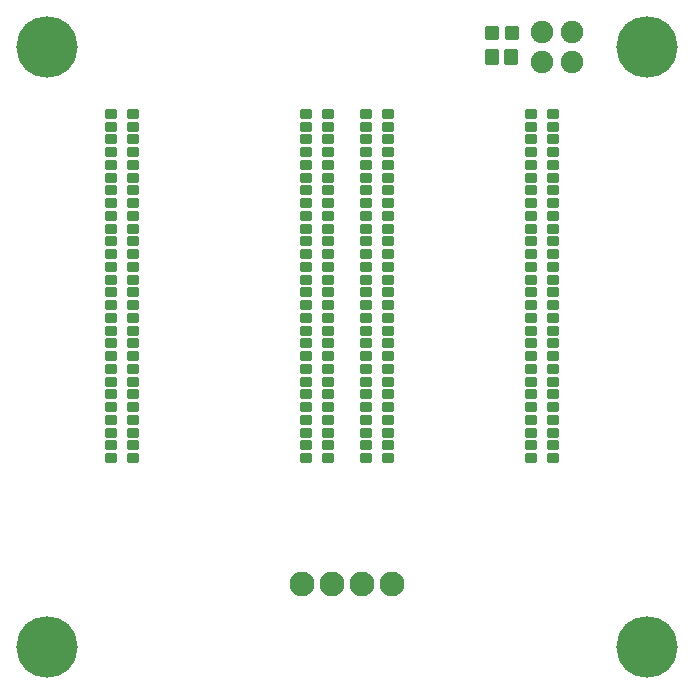
<source format=gts>
G04 Layer: TopSolderMaskLayer*
G04 EasyEDA v6.5.34, 2023-09-15 23:54:46*
G04 069993ef92384b94ac11e72f319acd54,5a6b42c53f6a479593ecc07194224c93,10*
G04 Gerber Generator version 0.2*
G04 Scale: 100 percent, Rotated: No, Reflected: No *
G04 Dimensions in millimeters *
G04 leading zeros omitted , absolute positions ,4 integer and 5 decimal *
%FSLAX45Y45*%
%MOMM*%

%AMMACRO1*1,1,$1,$2,$3*1,1,$1,$4,$5*1,1,$1,0-$2,0-$3*1,1,$1,0-$4,0-$5*20,1,$1,$2,$3,$4,$5,0*20,1,$1,$4,$5,0-$2,0-$3,0*20,1,$1,0-$2,0-$3,0-$4,0-$5,0*20,1,$1,0-$4,0-$5,$2,$3,0*4,1,4,$2,$3,$4,$5,0-$2,0-$3,0-$4,0-$5,$2,$3,0*%
%ADD10MACRO1,0.1016X-0.45X0.35X0.45X0.35*%
%ADD11MACRO1,0.2032X0.5X-0.55X-0.5X-0.55*%
%ADD12MACRO1,0.2032X-0.45X-0.5X-0.45X0.5*%
%ADD13C,5.2032*%
%ADD14C,1.9016*%
%ADD15C,2.1016*%
%ADD16C,0.0136*%

%LPD*%
D10*
G01*
X1107503Y2302896D03*
G01*
X924495Y2302893D03*
G01*
X924496Y2192888D03*
G01*
X1107503Y2192888D03*
G01*
X1107503Y2518796D03*
G01*
X924495Y2518793D03*
G01*
X924496Y2408788D03*
G01*
X1107503Y2408788D03*
G01*
X1107503Y2734696D03*
G01*
X924495Y2734693D03*
G01*
X924496Y2624688D03*
G01*
X1107503Y2624688D03*
G01*
X1107503Y2950596D03*
G01*
X924495Y2950593D03*
G01*
X924496Y2840588D03*
G01*
X1107503Y2840588D03*
G01*
X1107503Y3166496D03*
G01*
X924495Y3166493D03*
G01*
X924496Y3056488D03*
G01*
X1107503Y3056488D03*
G01*
X1107503Y3382393D03*
G01*
X924495Y3382390D03*
G01*
X924496Y3272386D03*
G01*
X1107503Y3272386D03*
G01*
X1107503Y3598293D03*
G01*
X924495Y3598290D03*
G01*
X924496Y3488286D03*
G01*
X1107503Y3488286D03*
G01*
X1107503Y3814193D03*
G01*
X924495Y3814190D03*
G01*
X924496Y3704186D03*
G01*
X1107503Y3704186D03*
G01*
X1107503Y4030093D03*
G01*
X924495Y4030090D03*
G01*
X924496Y3920086D03*
G01*
X1107503Y3920086D03*
G01*
X1107503Y4245993D03*
G01*
X924495Y4245990D03*
G01*
X924496Y4135986D03*
G01*
X1107503Y4135986D03*
G01*
X1107503Y4461893D03*
G01*
X924495Y4461890D03*
G01*
X924496Y4351886D03*
G01*
X1107503Y4351886D03*
G01*
X1107503Y4677790D03*
G01*
X924495Y4677788D03*
G01*
X924496Y4567783D03*
G01*
X1107503Y4567783D03*
G01*
X1107503Y4893690D03*
G01*
X924495Y4893688D03*
G01*
X924496Y4783683D03*
G01*
X1107503Y4783683D03*
G01*
X2758500Y4893690D03*
G01*
X2575492Y4893688D03*
G01*
X2575493Y4783683D03*
G01*
X2758500Y4783683D03*
G01*
X2758500Y4677790D03*
G01*
X2575492Y4677788D03*
G01*
X2575493Y4567783D03*
G01*
X2758500Y4567783D03*
G01*
X2758500Y4461890D03*
G01*
X2575492Y4461888D03*
G01*
X2575493Y4351883D03*
G01*
X2758500Y4351883D03*
G01*
X2758500Y4245993D03*
G01*
X2575492Y4245990D03*
G01*
X2575493Y4135986D03*
G01*
X2758500Y4135986D03*
G01*
X2758500Y4030093D03*
G01*
X2575492Y4030090D03*
G01*
X2575493Y3920086D03*
G01*
X2758500Y3920086D03*
G01*
X2758500Y3814193D03*
G01*
X2575492Y3814190D03*
G01*
X2575493Y3704186D03*
G01*
X2758500Y3704186D03*
G01*
X2758500Y3598293D03*
G01*
X2575492Y3598290D03*
G01*
X2575493Y3488286D03*
G01*
X2758500Y3488286D03*
G01*
X2758500Y3382393D03*
G01*
X2575492Y3382390D03*
G01*
X2575493Y3272386D03*
G01*
X2758500Y3272386D03*
G01*
X2758500Y3166493D03*
G01*
X2575492Y3166490D03*
G01*
X2575493Y3056486D03*
G01*
X2758500Y3056486D03*
G01*
X2758500Y2950596D03*
G01*
X2575492Y2950593D03*
G01*
X2575493Y2840588D03*
G01*
X2758500Y2840588D03*
G01*
X2758500Y2734696D03*
G01*
X2575492Y2734693D03*
G01*
X2575493Y2624688D03*
G01*
X2758500Y2624688D03*
G01*
X2758500Y2518796D03*
G01*
X2575492Y2518793D03*
G01*
X2575493Y2408788D03*
G01*
X2758500Y2408788D03*
G01*
X2758500Y2302896D03*
G01*
X2575492Y2302893D03*
G01*
X2575493Y2192888D03*
G01*
X2758500Y2192888D03*
G01*
X2758500Y2086996D03*
G01*
X2575492Y2086993D03*
G01*
X2575493Y1976988D03*
G01*
X2758500Y1976988D03*
G01*
X3266500Y4893690D03*
G01*
X3083492Y4893688D03*
G01*
X3083493Y4783683D03*
G01*
X3266500Y4783683D03*
G01*
X3266500Y4677790D03*
G01*
X3083492Y4677788D03*
G01*
X3083493Y4567783D03*
G01*
X3266500Y4567783D03*
G01*
X3266500Y4461890D03*
G01*
X3083492Y4461888D03*
G01*
X3083493Y4351883D03*
G01*
X3266500Y4351883D03*
G01*
X3266500Y4245993D03*
G01*
X3083492Y4245990D03*
G01*
X3083493Y4135986D03*
G01*
X3266500Y4135986D03*
G01*
X3266500Y4030093D03*
G01*
X3083492Y4030090D03*
G01*
X3083493Y3920086D03*
G01*
X3266500Y3920086D03*
G01*
X3266500Y3814193D03*
G01*
X3083492Y3814190D03*
G01*
X3083493Y3704186D03*
G01*
X3266500Y3704186D03*
G01*
X3266500Y3598293D03*
G01*
X3083492Y3598290D03*
G01*
X3083493Y3488286D03*
G01*
X3266500Y3488286D03*
G01*
X3266500Y3382393D03*
G01*
X3083492Y3382390D03*
G01*
X3083493Y3272386D03*
G01*
X3266500Y3272386D03*
G01*
X3266500Y3166493D03*
G01*
X3083492Y3166490D03*
G01*
X3083493Y3056486D03*
G01*
X3266500Y3056486D03*
G01*
X3266500Y2950596D03*
G01*
X3083492Y2950593D03*
G01*
X3083493Y2840588D03*
G01*
X3266500Y2840588D03*
G01*
X3266500Y2734696D03*
G01*
X3083492Y2734693D03*
G01*
X3083493Y2624688D03*
G01*
X3266500Y2624688D03*
G01*
X3266500Y2518796D03*
G01*
X3083492Y2518793D03*
G01*
X3083493Y2408788D03*
G01*
X3266500Y2408788D03*
G01*
X3266500Y2302896D03*
G01*
X3083492Y2302893D03*
G01*
X3083493Y2192888D03*
G01*
X3266500Y2192888D03*
G01*
X3266500Y2086996D03*
G01*
X3083492Y2086993D03*
G01*
X3083493Y1976988D03*
G01*
X3266500Y1976988D03*
G01*
X4663495Y4893690D03*
G01*
X4480487Y4893688D03*
G01*
X4480488Y4783683D03*
G01*
X4663495Y4783683D03*
G01*
X4663495Y4677790D03*
G01*
X4480487Y4677788D03*
G01*
X4480488Y4567783D03*
G01*
X4663495Y4567783D03*
G01*
X4663495Y4461890D03*
G01*
X4480487Y4461888D03*
G01*
X4480488Y4351883D03*
G01*
X4663495Y4351883D03*
G01*
X4663495Y4245993D03*
G01*
X4480487Y4245990D03*
G01*
X4480488Y4135986D03*
G01*
X4663495Y4135986D03*
G01*
X4663495Y4030093D03*
G01*
X4480487Y4030090D03*
G01*
X4480488Y3920086D03*
G01*
X4663495Y3920086D03*
G01*
X4663495Y3814193D03*
G01*
X4480487Y3814190D03*
G01*
X4480488Y3704186D03*
G01*
X4663495Y3704186D03*
G01*
X4663495Y3598293D03*
G01*
X4480487Y3598290D03*
G01*
X4480488Y3488286D03*
G01*
X4663495Y3488286D03*
G01*
X4663495Y3382393D03*
G01*
X4480487Y3382390D03*
G01*
X4480488Y3272386D03*
G01*
X4663495Y3272386D03*
G01*
X4663495Y3166493D03*
G01*
X4480487Y3166490D03*
G01*
X4480488Y3056486D03*
G01*
X4663495Y3056486D03*
G01*
X4663495Y2950596D03*
G01*
X4480487Y2950593D03*
G01*
X4480488Y2840588D03*
G01*
X4663495Y2840588D03*
G01*
X4663495Y2734696D03*
G01*
X4480487Y2734693D03*
G01*
X4480488Y2624688D03*
G01*
X4663495Y2624688D03*
G01*
X4663495Y2518796D03*
G01*
X4480487Y2518793D03*
G01*
X4480488Y2408788D03*
G01*
X4663495Y2408788D03*
G01*
X4663495Y2302896D03*
G01*
X4480487Y2302893D03*
G01*
X4480488Y2192888D03*
G01*
X4663495Y2192888D03*
G01*
X4663495Y2086996D03*
G01*
X4480487Y2086993D03*
G01*
X4480488Y1976988D03*
G01*
X4663495Y1976988D03*
G01*
X1107503Y2086996D03*
G01*
X924495Y2086993D03*
G01*
X924496Y1976988D03*
G01*
X1107503Y1976988D03*
D11*
G01*
X4149082Y5372089D03*
G01*
X4309082Y5372089D03*
D12*
G01*
X4144081Y5575282D03*
G01*
X4314080Y5575282D03*
D13*
G01*
X380992Y5460992D03*
D14*
G01*
X4571992Y5587992D03*
G01*
X4571992Y5333992D03*
G01*
X4825992Y5333992D03*
G01*
X4825992Y5587992D03*
D13*
G01*
X380992Y380992D03*
G01*
X5460992Y380992D03*
G01*
X5460992Y5460992D03*
D15*
G01*
X3301992Y914392D03*
G01*
X2539992Y914392D03*
G01*
X2793992Y914392D03*
G01*
X3047992Y914392D03*
M02*

</source>
